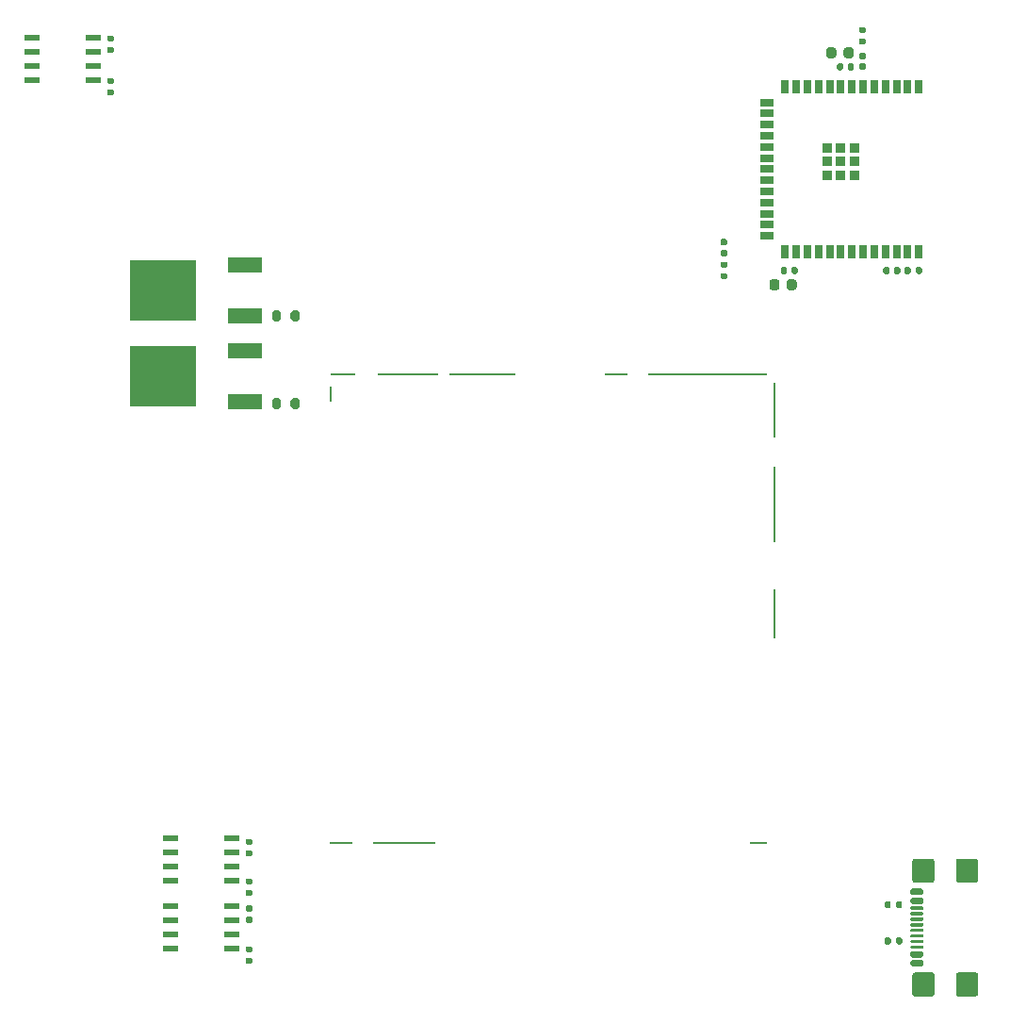
<source format=gtp>
G04 #@! TF.GenerationSoftware,KiCad,Pcbnew,8.0.6-8.0.6-0~ubuntu22.04.1*
G04 #@! TF.CreationDate,2024-11-20T01:52:44+00:00*
G04 #@! TF.ProjectId,hellenbremen,68656c6c-656e-4627-9265-6d656e2e6b69,rev?*
G04 #@! TF.SameCoordinates,Original*
G04 #@! TF.FileFunction,Paste,Top*
G04 #@! TF.FilePolarity,Positive*
%FSLAX46Y46*%
G04 Gerber Fmt 4.6, Leading zero omitted, Abs format (unit mm)*
G04 Created by KiCad (PCBNEW 8.0.6-8.0.6-0~ubuntu22.04.1) date 2024-11-20 01:52:44*
%MOMM*%
%LPD*%
G01*
G04 APERTURE LIST*
%ADD10R,2.300000X0.200000*%
%ADD11R,10.700000X0.200000*%
%ADD12R,2.100000X0.200000*%
%ADD13R,6.000000X0.200000*%
%ADD14R,5.400000X0.200000*%
%ADD15R,0.200000X1.400000*%
%ADD16R,0.200000X5.000000*%
%ADD17R,0.200000X6.800000*%
%ADD18R,0.200000X4.500000*%
%ADD19R,1.600000X0.200000*%
%ADD20R,5.700000X0.200000*%
%ADD21R,2.000000X0.200000*%
%ADD22R,3.048000X1.397000*%
%ADD23R,5.918200X5.511800*%
%ADD24R,0.711200X1.295400*%
%ADD25R,1.295400X0.711200*%
%ADD26R,0.889000X0.889000*%
%ADD27R,1.460500X0.533400*%
G04 APERTURE END LIST*
G04 #@! TO.C,R2*
G36*
G01*
X93490000Y18981000D02*
X93490000Y18611000D01*
G75*
G02*
X93355000Y18476000I-135000J0D01*
G01*
X93085000Y18476000D01*
G75*
G02*
X92950000Y18611000I0J135000D01*
G01*
X92950000Y18981000D01*
G75*
G02*
X93085000Y19116000I135000J0D01*
G01*
X93355000Y19116000D01*
G75*
G02*
X93490000Y18981000I0J-135000D01*
G01*
G37*
G36*
G01*
X92470000Y18981000D02*
X92470000Y18611000D01*
G75*
G02*
X92335000Y18476000I-135000J0D01*
G01*
X92065000Y18476000D01*
G75*
G02*
X91930000Y18611000I0J135000D01*
G01*
X91930000Y18981000D01*
G75*
G02*
X92065000Y19116000I135000J0D01*
G01*
X92335000Y19116000D01*
G75*
G02*
X92470000Y18981000I0J-135000D01*
G01*
G37*
G04 #@! TD*
D10*
G04 #@! TO.C,M3*
X43201000Y69700009D03*
D11*
X76000998Y69700007D03*
D12*
X67800999Y69700007D03*
D13*
X55751000Y69700007D03*
D14*
X49051003Y69700007D03*
D15*
X42150997Y67900000D03*
D16*
X82050998Y66500005D03*
D17*
X82050998Y58000002D03*
D18*
X82050998Y48149999D03*
D19*
X80550999Y27600004D03*
D20*
X48700996Y27600004D03*
D21*
X43051003Y27600004D03*
G04 #@! TD*
G04 #@! TO.C,C1*
G36*
G01*
X86672000Y98302000D02*
X86672000Y98802000D01*
G75*
G02*
X86897000Y99027000I225000J0D01*
G01*
X87347000Y99027000D01*
G75*
G02*
X87572000Y98802000I0J-225000D01*
G01*
X87572000Y98302000D01*
G75*
G02*
X87347000Y98077000I-225000J0D01*
G01*
X86897000Y98077000D01*
G75*
G02*
X86672000Y98302000I0J225000D01*
G01*
G37*
G36*
G01*
X88222000Y98302000D02*
X88222000Y98802000D01*
G75*
G02*
X88447000Y99027000I225000J0D01*
G01*
X88897000Y99027000D01*
G75*
G02*
X89122000Y98802000I0J-225000D01*
G01*
X89122000Y98302000D01*
G75*
G02*
X88897000Y98077000I-225000J0D01*
G01*
X88447000Y98077000D01*
G75*
G02*
X88222000Y98302000I0J225000D01*
G01*
G37*
G04 #@! TD*
G04 #@! TO.C,R5*
G36*
G01*
X34613000Y18306000D02*
X34983000Y18306000D01*
G75*
G02*
X35118000Y18171000I0J-135000D01*
G01*
X35118000Y17901000D01*
G75*
G02*
X34983000Y17766000I-135000J0D01*
G01*
X34613000Y17766000D01*
G75*
G02*
X34478000Y17901000I0J135000D01*
G01*
X34478000Y18171000D01*
G75*
G02*
X34613000Y18306000I135000J0D01*
G01*
G37*
G36*
G01*
X34613000Y17286000D02*
X34983000Y17286000D01*
G75*
G02*
X35118000Y17151000I0J-135000D01*
G01*
X35118000Y16881000D01*
G75*
G02*
X34983000Y16746000I-135000J0D01*
G01*
X34613000Y16746000D01*
G75*
G02*
X34478000Y16881000I0J135000D01*
G01*
X34478000Y17151000D01*
G75*
G02*
X34613000Y17286000I135000J0D01*
G01*
G37*
G04 #@! TD*
G04 #@! TO.C,R7*
G36*
G01*
X77285000Y79795000D02*
X77655000Y79795000D01*
G75*
G02*
X77790000Y79660000I0J-135000D01*
G01*
X77790000Y79390000D01*
G75*
G02*
X77655000Y79255000I-135000J0D01*
G01*
X77285000Y79255000D01*
G75*
G02*
X77150000Y79390000I0J135000D01*
G01*
X77150000Y79660000D01*
G75*
G02*
X77285000Y79795000I135000J0D01*
G01*
G37*
G36*
G01*
X77285000Y78775000D02*
X77655000Y78775000D01*
G75*
G02*
X77790000Y78640000I0J-135000D01*
G01*
X77790000Y78370000D01*
G75*
G02*
X77655000Y78235000I-135000J0D01*
G01*
X77285000Y78235000D01*
G75*
G02*
X77150000Y78370000I0J135000D01*
G01*
X77150000Y78640000D01*
G75*
G02*
X77285000Y78775000I135000J0D01*
G01*
G37*
G04 #@! TD*
G04 #@! TO.C,R1*
G36*
G01*
X93480000Y22235000D02*
X93480000Y21865000D01*
G75*
G02*
X93345000Y21730000I-135000J0D01*
G01*
X93075000Y21730000D01*
G75*
G02*
X92940000Y21865000I0J135000D01*
G01*
X92940000Y22235000D01*
G75*
G02*
X93075000Y22370000I135000J0D01*
G01*
X93345000Y22370000D01*
G75*
G02*
X93480000Y22235000I0J-135000D01*
G01*
G37*
G36*
G01*
X92460000Y22235000D02*
X92460000Y21865000D01*
G75*
G02*
X92325000Y21730000I-135000J0D01*
G01*
X92055000Y21730000D01*
G75*
G02*
X91920000Y21865000I0J135000D01*
G01*
X91920000Y22235000D01*
G75*
G02*
X92055000Y22370000I135000J0D01*
G01*
X92325000Y22370000D01*
G75*
G02*
X92460000Y22235000I0J-135000D01*
G01*
G37*
G04 #@! TD*
D22*
G04 #@! TO.C,Q2*
X34394200Y74910000D03*
D23*
X27040900Y77200000D03*
D22*
X34394200Y79490000D03*
G04 #@! TD*
G04 #@! TO.C,D3*
G36*
G01*
X91771000Y78821500D02*
X91771000Y79166500D01*
G75*
G02*
X91918500Y79314000I147500J0D01*
G01*
X92213500Y79314000D01*
G75*
G02*
X92361000Y79166500I0J-147500D01*
G01*
X92361000Y78821500D01*
G75*
G02*
X92213500Y78674000I-147500J0D01*
G01*
X91918500Y78674000D01*
G75*
G02*
X91771000Y78821500I0J147500D01*
G01*
G37*
G36*
G01*
X92741000Y78821500D02*
X92741000Y79166500D01*
G75*
G02*
X92888500Y79314000I147500J0D01*
G01*
X93183500Y79314000D01*
G75*
G02*
X93331000Y79166500I0J-147500D01*
G01*
X93331000Y78821500D01*
G75*
G02*
X93183500Y78674000I-147500J0D01*
G01*
X92888500Y78674000D01*
G75*
G02*
X92741000Y78821500I0J147500D01*
G01*
G37*
G04 #@! TD*
G04 #@! TO.C,C4*
G36*
G01*
X82580000Y78824000D02*
X82580000Y79164000D01*
G75*
G02*
X82720000Y79304000I140000J0D01*
G01*
X83000000Y79304000D01*
G75*
G02*
X83140000Y79164000I0J-140000D01*
G01*
X83140000Y78824000D01*
G75*
G02*
X83000000Y78684000I-140000J0D01*
G01*
X82720000Y78684000D01*
G75*
G02*
X82580000Y78824000I0J140000D01*
G01*
G37*
G36*
G01*
X83540000Y78824000D02*
X83540000Y79164000D01*
G75*
G02*
X83680000Y79304000I140000J0D01*
G01*
X83960000Y79304000D01*
G75*
G02*
X84100000Y79164000I0J-140000D01*
G01*
X84100000Y78824000D01*
G75*
G02*
X83960000Y78684000I-140000J0D01*
G01*
X83680000Y78684000D01*
G75*
G02*
X83540000Y78824000I0J140000D01*
G01*
G37*
G04 #@! TD*
G04 #@! TO.C,R8*
G36*
G01*
X39325000Y67331000D02*
X39325000Y66781000D01*
G75*
G02*
X39125000Y66581000I-200000J0D01*
G01*
X38725000Y66581000D01*
G75*
G02*
X38525000Y66781000I0J200000D01*
G01*
X38525000Y67331000D01*
G75*
G02*
X38725000Y67531000I200000J0D01*
G01*
X39125000Y67531000D01*
G75*
G02*
X39325000Y67331000I0J-200000D01*
G01*
G37*
G36*
G01*
X37675000Y67331000D02*
X37675000Y66781000D01*
G75*
G02*
X37475000Y66581000I-200000J0D01*
G01*
X37075000Y66581000D01*
G75*
G02*
X36875000Y66781000I0J200000D01*
G01*
X36875000Y67331000D01*
G75*
G02*
X37075000Y67531000I200000J0D01*
G01*
X37475000Y67531000D01*
G75*
G02*
X37675000Y67331000I0J-200000D01*
G01*
G37*
G04 #@! TD*
G04 #@! TO.C,D1*
G36*
G01*
X77297500Y81829000D02*
X77642500Y81829000D01*
G75*
G02*
X77790000Y81681500I0J-147500D01*
G01*
X77790000Y81386500D01*
G75*
G02*
X77642500Y81239000I-147500J0D01*
G01*
X77297500Y81239000D01*
G75*
G02*
X77150000Y81386500I0J147500D01*
G01*
X77150000Y81681500D01*
G75*
G02*
X77297500Y81829000I147500J0D01*
G01*
G37*
G36*
G01*
X77297500Y80859000D02*
X77642500Y80859000D01*
G75*
G02*
X77790000Y80711500I0J-147500D01*
G01*
X77790000Y80416500D01*
G75*
G02*
X77642500Y80269000I-147500J0D01*
G01*
X77297500Y80269000D01*
G75*
G02*
X77150000Y80416500I0J147500D01*
G01*
X77150000Y80711500D01*
G75*
G02*
X77297500Y80859000I147500J0D01*
G01*
G37*
G04 #@! TD*
G04 #@! TO.C,D2*
G36*
G01*
X90088500Y97010000D02*
X89743500Y97010000D01*
G75*
G02*
X89596000Y97157500I0J147500D01*
G01*
X89596000Y97452500D01*
G75*
G02*
X89743500Y97600000I147500J0D01*
G01*
X90088500Y97600000D01*
G75*
G02*
X90236000Y97452500I0J-147500D01*
G01*
X90236000Y97157500D01*
G75*
G02*
X90088500Y97010000I-147500J0D01*
G01*
G37*
G36*
G01*
X90088500Y97980000D02*
X89743500Y97980000D01*
G75*
G02*
X89596000Y98127500I0J147500D01*
G01*
X89596000Y98422500D01*
G75*
G02*
X89743500Y98570000I147500J0D01*
G01*
X90088500Y98570000D01*
G75*
G02*
X90236000Y98422500I0J-147500D01*
G01*
X90236000Y98127500D01*
G75*
G02*
X90088500Y97980000I-147500J0D01*
G01*
G37*
G04 #@! TD*
G04 #@! TO.C,Q1*
X34394200Y67210000D03*
D23*
X27040900Y69500000D03*
D22*
X34394200Y71790000D03*
G04 #@! TD*
G04 #@! TO.C,R11*
G36*
G01*
X39325000Y75205000D02*
X39325000Y74655000D01*
G75*
G02*
X39125000Y74455000I-200000J0D01*
G01*
X38725000Y74455000D01*
G75*
G02*
X38525000Y74655000I0J200000D01*
G01*
X38525000Y75205000D01*
G75*
G02*
X38725000Y75405000I200000J0D01*
G01*
X39125000Y75405000D01*
G75*
G02*
X39325000Y75205000I0J-200000D01*
G01*
G37*
G36*
G01*
X37675000Y75205000D02*
X37675000Y74655000D01*
G75*
G02*
X37475000Y74455000I-200000J0D01*
G01*
X37075000Y74455000D01*
G75*
G02*
X36875000Y74655000I0J200000D01*
G01*
X36875000Y75205000D01*
G75*
G02*
X37075000Y75405000I200000J0D01*
G01*
X37475000Y75405000D01*
G75*
G02*
X37675000Y75205000I0J-200000D01*
G01*
G37*
G04 #@! TD*
D24*
G04 #@! TO.C,U1*
X94980001Y95504000D03*
X93980000Y95504000D03*
X92980000Y95504000D03*
X91979999Y95504000D03*
X90980001Y95504000D03*
X89980001Y95504000D03*
X88980000Y95504000D03*
X87979999Y95504000D03*
X86979999Y95504000D03*
X85980001Y95504000D03*
X84980000Y95504000D03*
X83980000Y95504000D03*
X82979999Y95504000D03*
D25*
X81330000Y94104001D03*
X81330000Y93104000D03*
X81330000Y92104000D03*
X81330000Y91103999D03*
X81330000Y90104001D03*
X81330000Y89104001D03*
X81330000Y88104000D03*
X81330000Y87103999D03*
X81330000Y86103999D03*
X81330000Y85104001D03*
X81330000Y84104000D03*
X81330000Y83104000D03*
X81330000Y82103999D03*
D24*
X82979999Y80704000D03*
X83980000Y80704000D03*
X84980000Y80704000D03*
X85980001Y80704000D03*
X86979999Y80704000D03*
X87979999Y80704000D03*
X88980000Y80704000D03*
X89980001Y80704000D03*
X90980001Y80704000D03*
X91979999Y80704000D03*
X92980000Y80704000D03*
X93980000Y80704000D03*
X94980001Y80704000D03*
D26*
X89180000Y89984000D03*
X89180000Y88784000D03*
X89180000Y87584000D03*
X87980000Y89984000D03*
X87980000Y88784000D03*
X87980000Y87584000D03*
X86780000Y89984000D03*
X86780000Y88784000D03*
X86780000Y87584000D03*
G04 #@! TD*
D27*
G04 #@! TO.C,U2*
X33224150Y24190000D03*
X33224150Y25460000D03*
X33224150Y26730000D03*
X33224150Y28000000D03*
X27775850Y28000000D03*
X27775850Y26730000D03*
X27775850Y25460000D03*
X27775850Y24190000D03*
G04 #@! TD*
G04 #@! TO.C,C2*
G36*
G01*
X87632000Y97112000D02*
X87632000Y97452000D01*
G75*
G02*
X87772000Y97592000I140000J0D01*
G01*
X88052000Y97592000D01*
G75*
G02*
X88192000Y97452000I0J-140000D01*
G01*
X88192000Y97112000D01*
G75*
G02*
X88052000Y96972000I-140000J0D01*
G01*
X87772000Y96972000D01*
G75*
G02*
X87632000Y97112000I0J140000D01*
G01*
G37*
G36*
G01*
X88592000Y97112000D02*
X88592000Y97452000D01*
G75*
G02*
X88732000Y97592000I140000J0D01*
G01*
X89012000Y97592000D01*
G75*
G02*
X89152000Y97452000I0J-140000D01*
G01*
X89152000Y97112000D01*
G75*
G02*
X89012000Y96972000I-140000J0D01*
G01*
X88732000Y96972000D01*
G75*
G02*
X88592000Y97112000I0J140000D01*
G01*
G37*
G04 #@! TD*
G04 #@! TO.C,R12*
G36*
G01*
X22167000Y96284000D02*
X22537000Y96284000D01*
G75*
G02*
X22672000Y96149000I0J-135000D01*
G01*
X22672000Y95879000D01*
G75*
G02*
X22537000Y95744000I-135000J0D01*
G01*
X22167000Y95744000D01*
G75*
G02*
X22032000Y95879000I0J135000D01*
G01*
X22032000Y96149000D01*
G75*
G02*
X22167000Y96284000I135000J0D01*
G01*
G37*
G36*
G01*
X22167000Y95264000D02*
X22537000Y95264000D01*
G75*
G02*
X22672000Y95129000I0J-135000D01*
G01*
X22672000Y94859000D01*
G75*
G02*
X22537000Y94724000I-135000J0D01*
G01*
X22167000Y94724000D01*
G75*
G02*
X22032000Y94859000I0J135000D01*
G01*
X22032000Y95129000D01*
G75*
G02*
X22167000Y95264000I135000J0D01*
G01*
G37*
G04 #@! TD*
G04 #@! TO.C,J3*
G36*
G01*
X95245000Y16500000D02*
X94395000Y16500000D01*
G75*
G02*
X94245000Y16650000I0J150000D01*
G01*
X94245000Y16950000D01*
G75*
G02*
X94395000Y17100000I150000J0D01*
G01*
X95245000Y17100000D01*
G75*
G02*
X95395000Y16950000I0J-150000D01*
G01*
X95395000Y16650000D01*
G75*
G02*
X95245000Y16500000I-150000J0D01*
G01*
G37*
G36*
G01*
X95245000Y17300000D02*
X94395000Y17300000D01*
G75*
G02*
X94245000Y17450000I0J150000D01*
G01*
X94245000Y17750000D01*
G75*
G02*
X94395000Y17900000I150000J0D01*
G01*
X95245000Y17900000D01*
G75*
G02*
X95395000Y17750000I0J-150000D01*
G01*
X95395000Y17450000D01*
G75*
G02*
X95245000Y17300000I-150000J0D01*
G01*
G37*
G36*
G01*
X95320000Y18600000D02*
X94320000Y18600000D01*
G75*
G02*
X94245000Y18675000I0J75000D01*
G01*
X94245000Y18825000D01*
G75*
G02*
X94320000Y18900000I75000J0D01*
G01*
X95320000Y18900000D01*
G75*
G02*
X95395000Y18825000I0J-75000D01*
G01*
X95395000Y18675000D01*
G75*
G02*
X95320000Y18600000I-75000J0D01*
G01*
G37*
G36*
G01*
X95320000Y19600000D02*
X94320000Y19600000D01*
G75*
G02*
X94245000Y19675000I0J75000D01*
G01*
X94245000Y19825000D01*
G75*
G02*
X94320000Y19900000I75000J0D01*
G01*
X95320000Y19900000D01*
G75*
G02*
X95395000Y19825000I0J-75000D01*
G01*
X95395000Y19675000D01*
G75*
G02*
X95320000Y19600000I-75000J0D01*
G01*
G37*
G36*
G01*
X95320000Y20100000D02*
X94320000Y20100000D01*
G75*
G02*
X94245000Y20175000I0J75000D01*
G01*
X94245000Y20325000D01*
G75*
G02*
X94320000Y20400000I75000J0D01*
G01*
X95320000Y20400000D01*
G75*
G02*
X95395000Y20325000I0J-75000D01*
G01*
X95395000Y20175000D01*
G75*
G02*
X95320000Y20100000I-75000J0D01*
G01*
G37*
G36*
G01*
X95320000Y21100000D02*
X94320000Y21100000D01*
G75*
G02*
X94245000Y21175000I0J75000D01*
G01*
X94245000Y21325000D01*
G75*
G02*
X94320000Y21400000I75000J0D01*
G01*
X95320000Y21400000D01*
G75*
G02*
X95395000Y21325000I0J-75000D01*
G01*
X95395000Y21175000D01*
G75*
G02*
X95320000Y21100000I-75000J0D01*
G01*
G37*
G36*
G01*
X95245000Y22100000D02*
X94395000Y22100000D01*
G75*
G02*
X94245000Y22250000I0J150000D01*
G01*
X94245000Y22550000D01*
G75*
G02*
X94395000Y22700000I150000J0D01*
G01*
X95245000Y22700000D01*
G75*
G02*
X95395000Y22550000I0J-150000D01*
G01*
X95395000Y22250000D01*
G75*
G02*
X95245000Y22100000I-150000J0D01*
G01*
G37*
G36*
G01*
X95245000Y22900000D02*
X94395000Y22900000D01*
G75*
G02*
X94245000Y23050000I0J150000D01*
G01*
X94245000Y23350000D01*
G75*
G02*
X94395000Y23500000I150000J0D01*
G01*
X95245000Y23500000D01*
G75*
G02*
X95395000Y23350000I0J-150000D01*
G01*
X95395000Y23050000D01*
G75*
G02*
X95245000Y22900000I-150000J0D01*
G01*
G37*
G36*
G01*
X95245000Y22900000D02*
X94395000Y22900000D01*
G75*
G02*
X94245000Y23050000I0J150000D01*
G01*
X94245000Y23350000D01*
G75*
G02*
X94395000Y23500000I150000J0D01*
G01*
X95245000Y23500000D01*
G75*
G02*
X95395000Y23350000I0J-150000D01*
G01*
X95395000Y23050000D01*
G75*
G02*
X95245000Y22900000I-150000J0D01*
G01*
G37*
G36*
G01*
X95245000Y22100000D02*
X94395000Y22100000D01*
G75*
G02*
X94245000Y22250000I0J150000D01*
G01*
X94245000Y22550000D01*
G75*
G02*
X94395000Y22700000I150000J0D01*
G01*
X95245000Y22700000D01*
G75*
G02*
X95395000Y22550000I0J-150000D01*
G01*
X95395000Y22250000D01*
G75*
G02*
X95245000Y22100000I-150000J0D01*
G01*
G37*
G36*
G01*
X95320000Y21600000D02*
X94320000Y21600000D01*
G75*
G02*
X94245000Y21675000I0J75000D01*
G01*
X94245000Y21825000D01*
G75*
G02*
X94320000Y21900000I75000J0D01*
G01*
X95320000Y21900000D01*
G75*
G02*
X95395000Y21825000I0J-75000D01*
G01*
X95395000Y21675000D01*
G75*
G02*
X95320000Y21600000I-75000J0D01*
G01*
G37*
G36*
G01*
X95320000Y20600000D02*
X94320000Y20600000D01*
G75*
G02*
X94245000Y20675000I0J75000D01*
G01*
X94245000Y20825000D01*
G75*
G02*
X94320000Y20900000I75000J0D01*
G01*
X95320000Y20900000D01*
G75*
G02*
X95395000Y20825000I0J-75000D01*
G01*
X95395000Y20675000D01*
G75*
G02*
X95320000Y20600000I-75000J0D01*
G01*
G37*
G36*
G01*
X95320000Y19100000D02*
X94320000Y19100000D01*
G75*
G02*
X94245000Y19175000I0J75000D01*
G01*
X94245000Y19325000D01*
G75*
G02*
X94320000Y19400000I75000J0D01*
G01*
X95320000Y19400000D01*
G75*
G02*
X95395000Y19325000I0J-75000D01*
G01*
X95395000Y19175000D01*
G75*
G02*
X95320000Y19100000I-75000J0D01*
G01*
G37*
G36*
G01*
X95320000Y18100000D02*
X94320000Y18100000D01*
G75*
G02*
X94245000Y18175000I0J75000D01*
G01*
X94245000Y18325000D01*
G75*
G02*
X94320000Y18400000I75000J0D01*
G01*
X95320000Y18400000D01*
G75*
G02*
X95395000Y18325000I0J-75000D01*
G01*
X95395000Y18175000D01*
G75*
G02*
X95320000Y18100000I-75000J0D01*
G01*
G37*
G36*
G01*
X95245000Y17300000D02*
X94395000Y17300000D01*
G75*
G02*
X94245000Y17450000I0J150000D01*
G01*
X94245000Y17750000D01*
G75*
G02*
X94395000Y17900000I150000J0D01*
G01*
X95245000Y17900000D01*
G75*
G02*
X95395000Y17750000I0J-150000D01*
G01*
X95395000Y17450000D01*
G75*
G02*
X95245000Y17300000I-150000J0D01*
G01*
G37*
G36*
G01*
X95245000Y16500000D02*
X94395000Y16500000D01*
G75*
G02*
X94245000Y16650000I0J150000D01*
G01*
X94245000Y16950000D01*
G75*
G02*
X94395000Y17100000I150000J0D01*
G01*
X95245000Y17100000D01*
G75*
G02*
X95395000Y16950000I0J-150000D01*
G01*
X95395000Y16650000D01*
G75*
G02*
X95245000Y16500000I-150000J0D01*
G01*
G37*
G36*
G01*
X96145000Y13800000D02*
X94645000Y13800000D01*
G75*
G02*
X94395000Y14050000I0J250000D01*
G01*
X94395000Y15730000D01*
G75*
G02*
X94645000Y15980000I250000J0D01*
G01*
X96145000Y15980000D01*
G75*
G02*
X96395000Y15730000I0J-250000D01*
G01*
X96395000Y14050000D01*
G75*
G02*
X96145000Y13800000I-250000J0D01*
G01*
G37*
G36*
G01*
X100075000Y13800000D02*
X98575000Y13800000D01*
G75*
G02*
X98325000Y14050000I0J250000D01*
G01*
X98325000Y15730000D01*
G75*
G02*
X98575000Y15980000I250000J0D01*
G01*
X100075000Y15980000D01*
G75*
G02*
X100325000Y15730000I0J-250000D01*
G01*
X100325000Y14050000D01*
G75*
G02*
X100075000Y13800000I-250000J0D01*
G01*
G37*
G36*
G01*
X96145000Y24020000D02*
X94645000Y24020000D01*
G75*
G02*
X94395000Y24270000I0J250000D01*
G01*
X94395000Y25950000D01*
G75*
G02*
X94645000Y26200000I250000J0D01*
G01*
X96145000Y26200000D01*
G75*
G02*
X96395000Y25950000I0J-250000D01*
G01*
X96395000Y24270000D01*
G75*
G02*
X96145000Y24020000I-250000J0D01*
G01*
G37*
G36*
G01*
X100075000Y24020000D02*
X98575000Y24020000D01*
G75*
G02*
X98325000Y24270000I0J250000D01*
G01*
X98325000Y25950000D01*
G75*
G02*
X98575000Y26200000I250000J0D01*
G01*
X100075000Y26200000D01*
G75*
G02*
X100325000Y25950000I0J-250000D01*
G01*
X100325000Y24270000D01*
G75*
G02*
X100075000Y24020000I-250000J0D01*
G01*
G37*
G04 #@! TD*
G04 #@! TO.C,U3*
X33224150Y18095000D03*
X33224150Y19365000D03*
X33224150Y20635000D03*
X33224150Y21905000D03*
X27775850Y21905000D03*
X27775850Y20635000D03*
X27775850Y19365000D03*
X27775850Y18095000D03*
G04 #@! TD*
G04 #@! TO.C,C3*
G36*
G01*
X81566000Y77474000D02*
X81566000Y77974000D01*
G75*
G02*
X81791000Y78199000I225000J0D01*
G01*
X82241000Y78199000D01*
G75*
G02*
X82466000Y77974000I0J-225000D01*
G01*
X82466000Y77474000D01*
G75*
G02*
X82241000Y77249000I-225000J0D01*
G01*
X81791000Y77249000D01*
G75*
G02*
X81566000Y77474000I0J225000D01*
G01*
G37*
G36*
G01*
X83116000Y77474000D02*
X83116000Y77974000D01*
G75*
G02*
X83341000Y78199000I225000J0D01*
G01*
X83791000Y78199000D01*
G75*
G02*
X84016000Y77974000I0J-225000D01*
G01*
X84016000Y77474000D01*
G75*
G02*
X83791000Y77249000I-225000J0D01*
G01*
X83341000Y77249000D01*
G75*
G02*
X83116000Y77474000I0J225000D01*
G01*
G37*
G04 #@! TD*
G04 #@! TO.C,R10*
G36*
G01*
X95270000Y79179000D02*
X95270000Y78809000D01*
G75*
G02*
X95135000Y78674000I-135000J0D01*
G01*
X94865000Y78674000D01*
G75*
G02*
X94730000Y78809000I0J135000D01*
G01*
X94730000Y79179000D01*
G75*
G02*
X94865000Y79314000I135000J0D01*
G01*
X95135000Y79314000D01*
G75*
G02*
X95270000Y79179000I0J-135000D01*
G01*
G37*
G36*
G01*
X94250000Y79179000D02*
X94250000Y78809000D01*
G75*
G02*
X94115000Y78674000I-135000J0D01*
G01*
X93845000Y78674000D01*
G75*
G02*
X93710000Y78809000I0J135000D01*
G01*
X93710000Y79179000D01*
G75*
G02*
X93845000Y79314000I135000J0D01*
G01*
X94115000Y79314000D01*
G75*
G02*
X94250000Y79179000I0J-135000D01*
G01*
G37*
G04 #@! TD*
G04 #@! TO.C,R13*
G36*
G01*
X22537000Y98534000D02*
X22167000Y98534000D01*
G75*
G02*
X22032000Y98669000I0J135000D01*
G01*
X22032000Y98939000D01*
G75*
G02*
X22167000Y99074000I135000J0D01*
G01*
X22537000Y99074000D01*
G75*
G02*
X22672000Y98939000I0J-135000D01*
G01*
X22672000Y98669000D01*
G75*
G02*
X22537000Y98534000I-135000J0D01*
G01*
G37*
G36*
G01*
X22537000Y99554000D02*
X22167000Y99554000D01*
G75*
G02*
X22032000Y99689000I0J135000D01*
G01*
X22032000Y99959000D01*
G75*
G02*
X22167000Y100094000I135000J0D01*
G01*
X22537000Y100094000D01*
G75*
G02*
X22672000Y99959000I0J-135000D01*
G01*
X22672000Y99689000D01*
G75*
G02*
X22537000Y99554000I-135000J0D01*
G01*
G37*
G04 #@! TD*
G04 #@! TO.C,R3*
G36*
G01*
X34613000Y24402000D02*
X34983000Y24402000D01*
G75*
G02*
X35118000Y24267000I0J-135000D01*
G01*
X35118000Y23997000D01*
G75*
G02*
X34983000Y23862000I-135000J0D01*
G01*
X34613000Y23862000D01*
G75*
G02*
X34478000Y23997000I0J135000D01*
G01*
X34478000Y24267000D01*
G75*
G02*
X34613000Y24402000I135000J0D01*
G01*
G37*
G36*
G01*
X34613000Y23382000D02*
X34983000Y23382000D01*
G75*
G02*
X35118000Y23247000I0J-135000D01*
G01*
X35118000Y22977000D01*
G75*
G02*
X34983000Y22842000I-135000J0D01*
G01*
X34613000Y22842000D01*
G75*
G02*
X34478000Y22977000I0J135000D01*
G01*
X34478000Y23247000D01*
G75*
G02*
X34613000Y23382000I135000J0D01*
G01*
G37*
G04 #@! TD*
G04 #@! TO.C,R6*
G36*
G01*
X34989425Y20436578D02*
X34619425Y20436578D01*
G75*
G02*
X34484425Y20571578I0J135000D01*
G01*
X34484425Y20841578D01*
G75*
G02*
X34619425Y20976578I135000J0D01*
G01*
X34989425Y20976578D01*
G75*
G02*
X35124425Y20841578I0J-135000D01*
G01*
X35124425Y20571578D01*
G75*
G02*
X34989425Y20436578I-135000J0D01*
G01*
G37*
G36*
G01*
X34989425Y21456578D02*
X34619425Y21456578D01*
G75*
G02*
X34484425Y21591578I0J135000D01*
G01*
X34484425Y21861578D01*
G75*
G02*
X34619425Y21996578I135000J0D01*
G01*
X34989425Y21996578D01*
G75*
G02*
X35124425Y21861578I0J-135000D01*
G01*
X35124425Y21591578D01*
G75*
G02*
X34989425Y21456578I-135000J0D01*
G01*
G37*
G04 #@! TD*
G04 #@! TO.C,R4*
G36*
G01*
X34983000Y26398000D02*
X34613000Y26398000D01*
G75*
G02*
X34478000Y26533000I0J135000D01*
G01*
X34478000Y26803000D01*
G75*
G02*
X34613000Y26938000I135000J0D01*
G01*
X34983000Y26938000D01*
G75*
G02*
X35118000Y26803000I0J-135000D01*
G01*
X35118000Y26533000D01*
G75*
G02*
X34983000Y26398000I-135000J0D01*
G01*
G37*
G36*
G01*
X34983000Y27418000D02*
X34613000Y27418000D01*
G75*
G02*
X34478000Y27553000I0J135000D01*
G01*
X34478000Y27823000D01*
G75*
G02*
X34613000Y27958000I135000J0D01*
G01*
X34983000Y27958000D01*
G75*
G02*
X35118000Y27823000I0J-135000D01*
G01*
X35118000Y27553000D01*
G75*
G02*
X34983000Y27418000I-135000J0D01*
G01*
G37*
G04 #@! TD*
G04 #@! TO.C,R9*
G36*
G01*
X89731000Y100856000D02*
X90101000Y100856000D01*
G75*
G02*
X90236000Y100721000I0J-135000D01*
G01*
X90236000Y100451000D01*
G75*
G02*
X90101000Y100316000I-135000J0D01*
G01*
X89731000Y100316000D01*
G75*
G02*
X89596000Y100451000I0J135000D01*
G01*
X89596000Y100721000D01*
G75*
G02*
X89731000Y100856000I135000J0D01*
G01*
G37*
G36*
G01*
X89731000Y99836000D02*
X90101000Y99836000D01*
G75*
G02*
X90236000Y99701000I0J-135000D01*
G01*
X90236000Y99431000D01*
G75*
G02*
X90101000Y99296000I-135000J0D01*
G01*
X89731000Y99296000D01*
G75*
G02*
X89596000Y99431000I0J135000D01*
G01*
X89596000Y99701000D01*
G75*
G02*
X89731000Y99836000I135000J0D01*
G01*
G37*
G04 #@! TD*
G04 #@! TO.C,U4*
X20758150Y96095000D03*
X20758150Y97365000D03*
X20758150Y98635000D03*
X20758150Y99905000D03*
X15309850Y99905000D03*
X15309850Y98635000D03*
X15309850Y97365000D03*
X15309850Y96095000D03*
G04 #@! TD*
M02*

</source>
